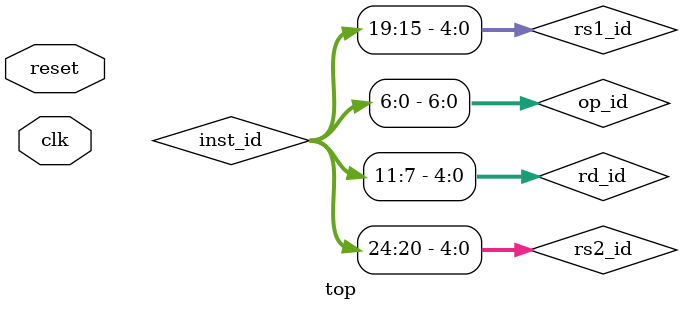
<source format=v>
module top (
    input clk,
    input reset
);

    // ================= IF Stage =================
    wire [31:0] pc_if;
    wire [31:0] inst_if;
    pc pc0(.clk(clk), .reset(reset), .pc_out(pc_if));
    imem imem0(.pc(pc_if), .instruction(inst_if));

    // ================= IF/ID =================
    wire [31:0] pc_id;
    wire [31:0] inst_id;
    wire stall;
    pipeline_register_if_id u_ifid(
        .clk(clk), .reset(reset), .stall(stall),
        .pc_in(pc_if), .instruction_in(inst_if),
        .pc_out(pc_id), .instruction_out(inst_id)
    );

    // ================= ID Stage =================
    wire [4:0] rs1_id = inst_id[19:15];
    wire [4:0] rs2_id = inst_id[24:20];
    wire [4:0] rd_id  = inst_id[11:7];
    wire [6:0] op_id  = inst_id[6:0];
    wire [2:0] funct3_id = inst_id[14:12];

    wire [31:0] read1_id;
    wire [31:0] read2_id;
    wire [31:0] imm_id;
    wire [3:0] alu_op_id;
    wire regwrite_id;
    wire is_ai_id;
    wire [2:0] ai_opcode_id;

    wire [4:0] rd_wb;            // writeback destination register (from MEM/WB)
    wire [31:0] writeback_data;  // data to write back to RF
    wire regwrite_wb;            // regwrite in WB stage

    register_file regs(
        .clk(clk), .reset(reset),
        .read_reg1(rs1_id), .read_reg2(rs2_id),
        .write_reg(rd_wb), .write_data(writeback_data),
        .reg_write(regwrite_wb),
        .read_data1(read1_id), .read_data2(read2_id)
    );

    immediate_generator imm(.instruction(inst_id), .immediate(imm_id));
    control_unit ctrl(.opcode(op_id), .reg_write(regwrite_id), .alu_op(alu_op_id));
    ai_instruction_decoder decoder(
        .instruction(inst_id),
        .is_ai_instruction(is_ai_id),
        .ai_opcode(ai_opcode_id)
    );

    // ================= ID/EX =================
    wire [31:0] pc_ex;
    wire [31:0] read1_ex;
    wire [31:0] read2_ex;
    wire [31:0] imm_ex;
    wire [4:0] rs1_ex;
    wire [4:0] rs2_ex;
    wire [4:0] rd_ex;
    wire [3:0] alu_op_ex;
    wire regwrite_ex;
    wire is_ai_ex;
    wire [2:0] ai_opcode_ex;
    wire [6:0] op_ex;

    pipeline_register_id_ex u_idex(
        .clk(clk), .reset(reset), .stall(stall),
        .pc_in(pc_id), .read_data1_in(read1_id), .read_data2_in(read2_id),
        .imm_in(imm_id), .alu_op_in(alu_op_id),
        .rs1_in(rs1_id), .rs2_in(rs2_id), .rd_in(rd_id),
        .regwrite_in(regwrite_id), .is_ai_in(is_ai_id), .ai_opcode_in(ai_opcode_id),
        .op_in(op_id),
        .pc_out(pc_ex), .read_data1_out(read1_ex), .read_data2_out(read2_ex),
        .imm_out(imm_ex), .alu_op_out(alu_op_ex),
        .rs1_out(rs1_ex), .rs2_out(rs2_ex), .rd_out(rd_ex),
        .regwrite_out(regwrite_ex), .is_ai_out(is_ai_ex), .ai_opcode_out(ai_opcode_ex),
        .op_out(op_ex)
    );

    // ================= EX Stage =================
    // declare these early because forwarding mux uses alu_ex_mem / writeback_data
    wire [31:0] alu_ex_mem;
    wire [4:0]  rd_mem;
    wire        regwrite_mem;
    wire [6:0]  op_mem;

    wire [31:0] alu_out_ex;
    wire [31:0] dot_result;       // scalar dot result (user name)
    wire [31:0] relu_result;      // user-named output
    wire [31:0] sigmoid_result;   // user-named output
    wire [31:0] step_result;      // user-named output
    wire [31:0] mat_res_ex;
    wire ai_start = is_ai_ex && (ai_opcode_ex == 3'b001);
    wire ai_busy;
    wire ai_done;
    reg  [31:0] sel_ai_ex;
    wire zero_ex;

    // forwarding signals
    wire [1:0] forward_a;
    wire [1:0] forward_b;
    wire [31:0] forward_a_data;
    wire [31:0] forward_b_data;
    wire [31:0] alu_input_a;
    wire [31:0] alu_input_b;
    wire use_imm_ex = (op_ex == 7'b0010011) || (op_ex == 7'b0000011) || (op_ex == 7'b0010111) || (op_ex == 7'b0110111);

    // forwarding muxes (01 = EX/MEM, 10 = MEM/WB, 00 = ID/EX)
    assign forward_a_data = (forward_a == 2'b01) ? alu_ex_mem :
                            (forward_a == 2'b10) ? writeback_data : read1_ex;
    assign forward_b_data = (forward_b == 2'b01) ? alu_ex_mem :
                            (forward_b == 2'b10) ? writeback_data : read2_ex;

    assign alu_input_a = forward_a_data;
    assign alu_input_b = use_imm_ex ? imm_ex : forward_b_data;

    alu alu0(
        .input_a(alu_input_a),
        .input_b(alu_input_b),
        .alu_op(alu_op_ex),
        .alu_result(alu_out_ex),
        .zero(zero_ex)
    );

    dot_product dot0(.vec_a(read1_ex), .vec_b(read2_ex), .dot_result(dot_result));
    relu_unit relu0(.in_data(read1_ex), .relu_result(relu_result));
    sigmoid_unit sig0(.in_data(read1_ex), .sigmoid_result(sigmoid_result));
    step_function step0(.in_data(read1_ex), .step_result(step_result));

    matrix_multiplier mm0(
        .clk(clk), .start(ai_start),
        .a(read1_ex), .b(read2_ex),
        .done(ai_done), .result(mat_res_ex)
    );
    ai_unit_controller fsm(.clk(clk), .start(ai_start), .busy(ai_busy), .done(ai_done));

    always @(*) begin
        case (ai_opcode_ex)
            3'b000: sel_ai_ex = dot_result;
            3'b001: sel_ai_ex = mat_res_ex;
            3'b010: sel_ai_ex = relu_result;
            3'b011: sel_ai_ex = sigmoid_result;
            3'b100: sel_ai_ex = step_result;
            default: sel_ai_ex = 32'b0;
        endcase
    end

    wire [31:0] final_ex = is_ai_ex ? sel_ai_ex : alu_out_ex;

    // ================= EX/MEM =================
    pipeline_register_ex_mem u_exmem(
        .clk(clk), .reset(reset),
        .alu_result_in(final_ex), .rd_in(rd_ex),
        .regwrite_in(regwrite_ex && (!ai_busy || ai_done)),
        .op_in(op_ex),
        .alu_result_out(alu_ex_mem), .rd_out(rd_mem),
        .regwrite_out(regwrite_mem), .op_out(op_mem)
    );

    // ================= MEM Stage =================
    wire [31:0] mem_data;
    wire mem_read_mem = (op_mem == 7'b0000011);

    data_memory dmem(
        .clk(clk),
        .address(alu_ex_mem),
        .write_data(forward_b_data),
        .mem_write(op_mem == 7'b0100011),
        .mem_read(mem_read_mem),
        .read_data(mem_data)
    );

    // ================= MEM/WB =================
    wire [31:0] alu_mem_wb;
    wire [31:0] mem_wb_data;
    wire [6:0] op_wb;
    wire regwrite_wb;

    pipeline_register_mem_wb u_memwb(
        .clk(clk), .reset(reset),
        .dm_in(mem_data), .alu_in(alu_ex_mem),
        .rd_in(rd_mem), .regwrite_in(regwrite_mem), .op_in(op_mem),
        .dm_out(mem_wb_data), .alu_out(alu_mem_wb),
        .rd_out(rd_wb), .regwrite_out(regwrite_wb), .op_out(op_wb)
    );

    wire is_load = (op_wb == 7'b0000011);
    assign writeback_data = is_load ? mem_wb_data : alu_mem_wb;

    // ================= Hazard & Forwarding =================
    wire stall_ai = ai_busy && !ai_done;
    wire stall_hazard;

    hazard_unit hz_inst(
        .rs1_id(rs1_id),
        .rs2_id(rs2_id),
        .rd_ex(rd_ex),
        .rd_mem(rd_mem),
        .rd_wb(rd_wb),
        .regwrite_ex(regwrite_ex),
        .regwrite_mem(regwrite_mem),
        .regwrite_wb(regwrite_wb),
        .mem_read_ex(op_ex == 7'b0000011),
        .stall(stall_hazard)
    );

    forwarding_unit fwd_inst(
        .id_ex_rs1(rs1_ex), .id_ex_rs2(rs2_ex),
        .ex_mem_rd(rd_mem), .mem_wb_rd(rd_wb),
        .ex_mem_reg_write(regwrite_mem), .mem_wb_reg_write(regwrite_wb),
        .forward_a(forward_a), .forward_b(forward_b)
    );

    assign stall = stall_ai | stall_hazard;

endmodule


</source>
